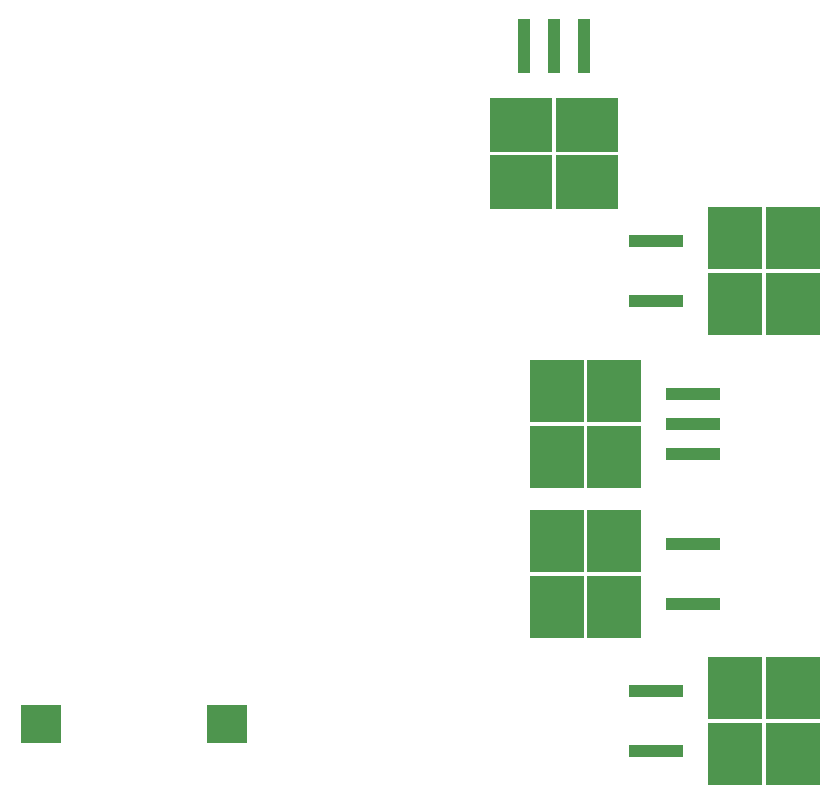
<source format=gbr>
%TF.GenerationSoftware,KiCad,Pcbnew,(6.0.5)*%
%TF.CreationDate,2023-01-08T16:18:02-05:00*%
%TF.ProjectId,GHOUL2,47484f55-4c32-42e6-9b69-6361645f7063,rev?*%
%TF.SameCoordinates,Original*%
%TF.FileFunction,Paste,Top*%
%TF.FilePolarity,Positive*%
%FSLAX46Y46*%
G04 Gerber Fmt 4.6, Leading zero omitted, Abs format (unit mm)*
G04 Created by KiCad (PCBNEW (6.0.5)) date 2023-01-08 16:18:02*
%MOMM*%
%LPD*%
G01*
G04 APERTURE LIST*
%ADD10R,4.550000X5.250000*%
%ADD11R,4.600000X1.100000*%
%ADD12R,1.100000X4.600000*%
%ADD13R,5.250000X4.550000*%
%ADD14R,3.500000X3.300000*%
G04 APERTURE END LIST*
D10*
%TO.C,Q1*%
X190610000Y-132080000D03*
X190610000Y-126530000D03*
X195460000Y-132080000D03*
X195460000Y-126530000D03*
D11*
X183885000Y-126765000D03*
X183885000Y-131845000D03*
%TD*%
D12*
%TO.C,U2*%
X172720000Y-72130000D03*
X175260000Y-72130000D03*
X177800000Y-72130000D03*
D13*
X172485000Y-83705000D03*
X172485000Y-78855000D03*
X178035000Y-83705000D03*
X178035000Y-78855000D03*
%TD*%
D14*
%TO.C,BT1*%
X131800000Y-129540000D03*
X147600000Y-129540000D03*
%TD*%
D10*
%TO.C,R1*%
X180340000Y-114065000D03*
X175490000Y-114065000D03*
X180340000Y-119615000D03*
X175490000Y-119615000D03*
D11*
X187065000Y-119380000D03*
X187065000Y-114300000D03*
%TD*%
D10*
%TO.C,Q2*%
X195465000Y-88430000D03*
X195465000Y-93980000D03*
X190615000Y-93980000D03*
X190615000Y-88430000D03*
D11*
X183890000Y-88665000D03*
X183890000Y-93745000D03*
%TD*%
%TO.C,U5*%
X187065000Y-101600000D03*
X187065000Y-104140000D03*
X187065000Y-106680000D03*
D10*
X180340000Y-101365000D03*
X180340000Y-106915000D03*
X175490000Y-101365000D03*
X175490000Y-106915000D03*
%TD*%
M02*

</source>
